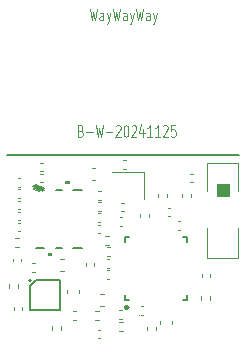
<source format=gbr>
%TF.GenerationSoftware,KiCad,Pcbnew,8.0.4*%
%TF.CreationDate,2024-11-25T16:13:59-04:00*%
%TF.ProjectId,Beacon-WirelessCharge,42656163-6f6e-42d5-9769-72656c657373,rev?*%
%TF.SameCoordinates,Original*%
%TF.FileFunction,Legend,Top*%
%TF.FilePolarity,Positive*%
%FSLAX46Y46*%
G04 Gerber Fmt 4.6, Leading zero omitted, Abs format (unit mm)*
G04 Created by KiCad (PCBNEW 8.0.4) date 2024-11-25 16:13:59*
%MOMM*%
%LPD*%
G01*
G04 APERTURE LIST*
%ADD10C,0.150000*%
%ADD11C,0.100000*%
%ADD12C,0.120000*%
%ADD13C,0.250000*%
%ADD14C,0.152400*%
%ADD15C,0.000000*%
%ADD16C,0.200000*%
G04 APERTURE END LIST*
D10*
X43850000Y-58100000D02*
X63500000Y-58100000D01*
D11*
X50115789Y-56048609D02*
X50215789Y-56096228D01*
X50215789Y-56096228D02*
X50249122Y-56143847D01*
X50249122Y-56143847D02*
X50282455Y-56239085D01*
X50282455Y-56239085D02*
X50282455Y-56381942D01*
X50282455Y-56381942D02*
X50249122Y-56477180D01*
X50249122Y-56477180D02*
X50215789Y-56524800D01*
X50215789Y-56524800D02*
X50149122Y-56572419D01*
X50149122Y-56572419D02*
X49882455Y-56572419D01*
X49882455Y-56572419D02*
X49882455Y-55572419D01*
X49882455Y-55572419D02*
X50115789Y-55572419D01*
X50115789Y-55572419D02*
X50182455Y-55620038D01*
X50182455Y-55620038D02*
X50215789Y-55667657D01*
X50215789Y-55667657D02*
X50249122Y-55762895D01*
X50249122Y-55762895D02*
X50249122Y-55858133D01*
X50249122Y-55858133D02*
X50215789Y-55953371D01*
X50215789Y-55953371D02*
X50182455Y-56000990D01*
X50182455Y-56000990D02*
X50115789Y-56048609D01*
X50115789Y-56048609D02*
X49882455Y-56048609D01*
X50582455Y-56191466D02*
X51115789Y-56191466D01*
X51382456Y-55572419D02*
X51549122Y-56572419D01*
X51549122Y-56572419D02*
X51682456Y-55858133D01*
X51682456Y-55858133D02*
X51815789Y-56572419D01*
X51815789Y-56572419D02*
X51982456Y-55572419D01*
X52249122Y-56191466D02*
X52782456Y-56191466D01*
X53082456Y-55667657D02*
X53115789Y-55620038D01*
X53115789Y-55620038D02*
X53182456Y-55572419D01*
X53182456Y-55572419D02*
X53349123Y-55572419D01*
X53349123Y-55572419D02*
X53415789Y-55620038D01*
X53415789Y-55620038D02*
X53449123Y-55667657D01*
X53449123Y-55667657D02*
X53482456Y-55762895D01*
X53482456Y-55762895D02*
X53482456Y-55858133D01*
X53482456Y-55858133D02*
X53449123Y-56000990D01*
X53449123Y-56000990D02*
X53049123Y-56572419D01*
X53049123Y-56572419D02*
X53482456Y-56572419D01*
X53915790Y-55572419D02*
X53982456Y-55572419D01*
X53982456Y-55572419D02*
X54049123Y-55620038D01*
X54049123Y-55620038D02*
X54082456Y-55667657D01*
X54082456Y-55667657D02*
X54115790Y-55762895D01*
X54115790Y-55762895D02*
X54149123Y-55953371D01*
X54149123Y-55953371D02*
X54149123Y-56191466D01*
X54149123Y-56191466D02*
X54115790Y-56381942D01*
X54115790Y-56381942D02*
X54082456Y-56477180D01*
X54082456Y-56477180D02*
X54049123Y-56524800D01*
X54049123Y-56524800D02*
X53982456Y-56572419D01*
X53982456Y-56572419D02*
X53915790Y-56572419D01*
X53915790Y-56572419D02*
X53849123Y-56524800D01*
X53849123Y-56524800D02*
X53815790Y-56477180D01*
X53815790Y-56477180D02*
X53782456Y-56381942D01*
X53782456Y-56381942D02*
X53749123Y-56191466D01*
X53749123Y-56191466D02*
X53749123Y-55953371D01*
X53749123Y-55953371D02*
X53782456Y-55762895D01*
X53782456Y-55762895D02*
X53815790Y-55667657D01*
X53815790Y-55667657D02*
X53849123Y-55620038D01*
X53849123Y-55620038D02*
X53915790Y-55572419D01*
X54415790Y-55667657D02*
X54449123Y-55620038D01*
X54449123Y-55620038D02*
X54515790Y-55572419D01*
X54515790Y-55572419D02*
X54682457Y-55572419D01*
X54682457Y-55572419D02*
X54749123Y-55620038D01*
X54749123Y-55620038D02*
X54782457Y-55667657D01*
X54782457Y-55667657D02*
X54815790Y-55762895D01*
X54815790Y-55762895D02*
X54815790Y-55858133D01*
X54815790Y-55858133D02*
X54782457Y-56000990D01*
X54782457Y-56000990D02*
X54382457Y-56572419D01*
X54382457Y-56572419D02*
X54815790Y-56572419D01*
X55415790Y-55905752D02*
X55415790Y-56572419D01*
X55249124Y-55524800D02*
X55082457Y-56239085D01*
X55082457Y-56239085D02*
X55515790Y-56239085D01*
X56149124Y-56572419D02*
X55749124Y-56572419D01*
X55949124Y-56572419D02*
X55949124Y-55572419D01*
X55949124Y-55572419D02*
X55882457Y-55715276D01*
X55882457Y-55715276D02*
X55815791Y-55810514D01*
X55815791Y-55810514D02*
X55749124Y-55858133D01*
X56815791Y-56572419D02*
X56415791Y-56572419D01*
X56615791Y-56572419D02*
X56615791Y-55572419D01*
X56615791Y-55572419D02*
X56549124Y-55715276D01*
X56549124Y-55715276D02*
X56482458Y-55810514D01*
X56482458Y-55810514D02*
X56415791Y-55858133D01*
X57082458Y-55667657D02*
X57115791Y-55620038D01*
X57115791Y-55620038D02*
X57182458Y-55572419D01*
X57182458Y-55572419D02*
X57349125Y-55572419D01*
X57349125Y-55572419D02*
X57415791Y-55620038D01*
X57415791Y-55620038D02*
X57449125Y-55667657D01*
X57449125Y-55667657D02*
X57482458Y-55762895D01*
X57482458Y-55762895D02*
X57482458Y-55858133D01*
X57482458Y-55858133D02*
X57449125Y-56000990D01*
X57449125Y-56000990D02*
X57049125Y-56572419D01*
X57049125Y-56572419D02*
X57482458Y-56572419D01*
X58115792Y-55572419D02*
X57782458Y-55572419D01*
X57782458Y-55572419D02*
X57749125Y-56048609D01*
X57749125Y-56048609D02*
X57782458Y-56000990D01*
X57782458Y-56000990D02*
X57849125Y-55953371D01*
X57849125Y-55953371D02*
X58015792Y-55953371D01*
X58015792Y-55953371D02*
X58082458Y-56000990D01*
X58082458Y-56000990D02*
X58115792Y-56048609D01*
X58115792Y-56048609D02*
X58149125Y-56143847D01*
X58149125Y-56143847D02*
X58149125Y-56381942D01*
X58149125Y-56381942D02*
X58115792Y-56477180D01*
X58115792Y-56477180D02*
X58082458Y-56524800D01*
X58082458Y-56524800D02*
X58015792Y-56572419D01*
X58015792Y-56572419D02*
X57849125Y-56572419D01*
X57849125Y-56572419D02*
X57782458Y-56524800D01*
X57782458Y-56524800D02*
X57749125Y-56477180D01*
X50865789Y-45722419D02*
X51032455Y-46722419D01*
X51032455Y-46722419D02*
X51165789Y-46008133D01*
X51165789Y-46008133D02*
X51299122Y-46722419D01*
X51299122Y-46722419D02*
X51465789Y-45722419D01*
X52032455Y-46722419D02*
X52032455Y-46198609D01*
X52032455Y-46198609D02*
X51999122Y-46103371D01*
X51999122Y-46103371D02*
X51932455Y-46055752D01*
X51932455Y-46055752D02*
X51799122Y-46055752D01*
X51799122Y-46055752D02*
X51732455Y-46103371D01*
X52032455Y-46674800D02*
X51965789Y-46722419D01*
X51965789Y-46722419D02*
X51799122Y-46722419D01*
X51799122Y-46722419D02*
X51732455Y-46674800D01*
X51732455Y-46674800D02*
X51699122Y-46579561D01*
X51699122Y-46579561D02*
X51699122Y-46484323D01*
X51699122Y-46484323D02*
X51732455Y-46389085D01*
X51732455Y-46389085D02*
X51799122Y-46341466D01*
X51799122Y-46341466D02*
X51965789Y-46341466D01*
X51965789Y-46341466D02*
X52032455Y-46293847D01*
X52299122Y-46055752D02*
X52465788Y-46722419D01*
X52632455Y-46055752D02*
X52465788Y-46722419D01*
X52465788Y-46722419D02*
X52399122Y-46960514D01*
X52399122Y-46960514D02*
X52365788Y-47008133D01*
X52365788Y-47008133D02*
X52299122Y-47055752D01*
X52832455Y-45722419D02*
X52999121Y-46722419D01*
X52999121Y-46722419D02*
X53132455Y-46008133D01*
X53132455Y-46008133D02*
X53265788Y-46722419D01*
X53265788Y-46722419D02*
X53432455Y-45722419D01*
X53999121Y-46722419D02*
X53999121Y-46198609D01*
X53999121Y-46198609D02*
X53965788Y-46103371D01*
X53965788Y-46103371D02*
X53899121Y-46055752D01*
X53899121Y-46055752D02*
X53765788Y-46055752D01*
X53765788Y-46055752D02*
X53699121Y-46103371D01*
X53999121Y-46674800D02*
X53932455Y-46722419D01*
X53932455Y-46722419D02*
X53765788Y-46722419D01*
X53765788Y-46722419D02*
X53699121Y-46674800D01*
X53699121Y-46674800D02*
X53665788Y-46579561D01*
X53665788Y-46579561D02*
X53665788Y-46484323D01*
X53665788Y-46484323D02*
X53699121Y-46389085D01*
X53699121Y-46389085D02*
X53765788Y-46341466D01*
X53765788Y-46341466D02*
X53932455Y-46341466D01*
X53932455Y-46341466D02*
X53999121Y-46293847D01*
X54265788Y-46055752D02*
X54432454Y-46722419D01*
X54599121Y-46055752D02*
X54432454Y-46722419D01*
X54432454Y-46722419D02*
X54365788Y-46960514D01*
X54365788Y-46960514D02*
X54332454Y-47008133D01*
X54332454Y-47008133D02*
X54265788Y-47055752D01*
X54799121Y-45722419D02*
X54965787Y-46722419D01*
X54965787Y-46722419D02*
X55099121Y-46008133D01*
X55099121Y-46008133D02*
X55232454Y-46722419D01*
X55232454Y-46722419D02*
X55399121Y-45722419D01*
X55965787Y-46722419D02*
X55965787Y-46198609D01*
X55965787Y-46198609D02*
X55932454Y-46103371D01*
X55932454Y-46103371D02*
X55865787Y-46055752D01*
X55865787Y-46055752D02*
X55732454Y-46055752D01*
X55732454Y-46055752D02*
X55665787Y-46103371D01*
X55965787Y-46674800D02*
X55899121Y-46722419D01*
X55899121Y-46722419D02*
X55732454Y-46722419D01*
X55732454Y-46722419D02*
X55665787Y-46674800D01*
X55665787Y-46674800D02*
X55632454Y-46579561D01*
X55632454Y-46579561D02*
X55632454Y-46484323D01*
X55632454Y-46484323D02*
X55665787Y-46389085D01*
X55665787Y-46389085D02*
X55732454Y-46341466D01*
X55732454Y-46341466D02*
X55899121Y-46341466D01*
X55899121Y-46341466D02*
X55965787Y-46293847D01*
X56232454Y-46055752D02*
X56399120Y-46722419D01*
X56565787Y-46055752D02*
X56399120Y-46722419D01*
X56399120Y-46722419D02*
X56332454Y-46960514D01*
X56332454Y-46960514D02*
X56299120Y-47008133D01*
X56299120Y-47008133D02*
X56232454Y-47055752D01*
D10*
X46330000Y-60604819D02*
X46330000Y-60842914D01*
X46091905Y-60747676D02*
X46330000Y-60842914D01*
X46330000Y-60842914D02*
X46568095Y-60747676D01*
X46187143Y-61033390D02*
X46330000Y-60842914D01*
X46330000Y-60842914D02*
X46472857Y-61033390D01*
X46750000Y-60754819D02*
X46750000Y-60992914D01*
X46511905Y-60897676D02*
X46750000Y-60992914D01*
X46750000Y-60992914D02*
X46988095Y-60897676D01*
X46607143Y-61183390D02*
X46750000Y-60992914D01*
X46750000Y-60992914D02*
X46892857Y-61183390D01*
D12*
%TO.C,C29*%
X59362164Y-59720000D02*
X59577836Y-59720000D01*
X59362164Y-60440000D02*
X59577836Y-60440000D01*
%TO.C,C11*%
X56843200Y-72147820D02*
X56843200Y-72428980D01*
X57863200Y-72147820D02*
X57863200Y-72428980D01*
%TO.C,R5*%
X44857641Y-65152000D02*
X44550359Y-65152000D01*
X44857641Y-65912000D02*
X44550359Y-65912000D01*
%TO.C,C12*%
X48990000Y-69509420D02*
X48990000Y-69790580D01*
X50010000Y-69509420D02*
X50010000Y-69790580D01*
%TO.C,C23*%
X51315580Y-59240000D02*
X51034420Y-59240000D01*
X51315580Y-60260000D02*
X51034420Y-60260000D01*
%TO.C,C24*%
X56690000Y-61447164D02*
X56690000Y-61662836D01*
X57410000Y-61447164D02*
X57410000Y-61662836D01*
%TO.C,C2*%
X46678964Y-58760000D02*
X46894636Y-58760000D01*
X46678964Y-59480000D02*
X46894636Y-59480000D01*
%TO.C,C8*%
X51807836Y-62110000D02*
X51592164Y-62110000D01*
X51807836Y-62830000D02*
X51592164Y-62830000D01*
%TO.C,C3*%
X46678964Y-59685600D02*
X46894636Y-59685600D01*
X46678964Y-60405600D02*
X46894636Y-60405600D01*
%TO.C,C21*%
X57677836Y-62600000D02*
X57462164Y-62600000D01*
X57677836Y-63320000D02*
X57462164Y-63320000D01*
%TO.C,C18*%
X58342164Y-63740000D02*
X58557836Y-63740000D01*
X58342164Y-64460000D02*
X58557836Y-64460000D01*
%TO.C,C1*%
X44773964Y-61031800D02*
X44989636Y-61031800D01*
X44773964Y-61751800D02*
X44989636Y-61751800D01*
%TO.C,C22*%
X51592164Y-61190000D02*
X51807836Y-61190000D01*
X51592164Y-61910000D02*
X51807836Y-61910000D01*
%TO.C,C5*%
X44776564Y-62911400D02*
X44992236Y-62911400D01*
X44776564Y-63631400D02*
X44992236Y-63631400D01*
D10*
%TO.C,U2*%
X53850000Y-65450000D02*
X53850000Y-65075000D01*
X53850000Y-70374999D02*
X53850000Y-69999999D01*
X54225001Y-65075000D02*
X53850000Y-65075000D01*
X54225001Y-70374999D02*
X53850000Y-70374999D01*
X59150000Y-65075000D02*
X58774999Y-65075000D01*
X59150000Y-65450000D02*
X59150000Y-65075000D01*
X59150000Y-70374999D02*
X58774999Y-70374999D01*
X59150000Y-70374999D02*
X59150000Y-69999999D01*
D13*
X54125000Y-71025001D02*
G75*
G02*
X53875000Y-71025001I-125000J0D01*
G01*
X53875000Y-71025001D02*
G75*
G02*
X54125000Y-71025001I125000J0D01*
G01*
D14*
%TO.C,U1*%
X46308000Y-65952001D02*
X47037259Y-65952001D01*
X47037259Y-61047999D02*
X46308000Y-61047999D01*
X47982739Y-65952001D02*
X48537261Y-65952001D01*
X48537261Y-61047999D02*
X47982739Y-61047999D01*
X49482741Y-65952001D02*
X50212000Y-65952001D01*
X50212000Y-61047999D02*
X49482741Y-61047999D01*
D15*
G36*
X47700499Y-66658000D02*
G01*
X47319499Y-66658000D01*
X47319499Y-66404000D01*
X47700499Y-66404000D01*
X47700499Y-66658000D01*
G37*
G36*
X49200501Y-60596000D02*
G01*
X48819501Y-60596000D01*
X48819501Y-60342000D01*
X49200501Y-60342000D01*
X49200501Y-60596000D01*
G37*
D12*
%TO.C,C27*%
X53947836Y-58560000D02*
X53732164Y-58560000D01*
X53947836Y-59280000D02*
X53732164Y-59280000D01*
%TO.C,L2*%
X52075279Y-69890000D02*
X51749721Y-69890000D01*
X52075279Y-70910000D02*
X51749721Y-70910000D01*
%TO.C,C30*%
X46227836Y-67290000D02*
X46012164Y-67290000D01*
X46227836Y-68010000D02*
X46012164Y-68010000D01*
%TO.C,C14*%
X51757836Y-72890000D02*
X51542164Y-72890000D01*
X51757836Y-73610000D02*
X51542164Y-73610000D01*
%TO.C,C32*%
X58690000Y-61417164D02*
X58690000Y-61632836D01*
X59410000Y-61417164D02*
X59410000Y-61632836D01*
%TO.C,C31*%
X44772164Y-60100000D02*
X44987836Y-60100000D01*
X44772164Y-60820000D02*
X44987836Y-60820000D01*
%TO.C,R8*%
X51663641Y-71295000D02*
X51356359Y-71295000D01*
X51663641Y-72055000D02*
X51356359Y-72055000D01*
%TO.C,TH1*%
X47720000Y-72611359D02*
X47720000Y-72918641D01*
X48480000Y-72611359D02*
X48480000Y-72918641D01*
D11*
%TO.C,D1*%
X55150000Y-71725000D02*
G75*
G02*
X55050000Y-71725000I-50000J0D01*
G01*
X55050000Y-71725000D02*
G75*
G02*
X55150000Y-71725000I50000J0D01*
G01*
D12*
%TO.C,R6*%
X52468641Y-64970000D02*
X52161359Y-64970000D01*
X52468641Y-65730000D02*
X52161359Y-65730000D01*
%TO.C,C10*%
X51787836Y-63040000D02*
X51572164Y-63040000D01*
X51787836Y-63760000D02*
X51572164Y-63760000D01*
%TO.C,C19*%
X55170000Y-63367836D02*
X55170000Y-63152164D01*
X55890000Y-63367836D02*
X55890000Y-63152164D01*
%TO.C,AE1*%
X60810000Y-66850000D02*
X60810000Y-64275000D01*
X60835000Y-58825000D02*
X60835000Y-61150000D01*
X63410000Y-64300000D02*
X63410000Y-66850000D01*
X63410000Y-66850000D02*
X60810000Y-66850000D01*
X63435000Y-58825000D02*
X60835000Y-58825000D01*
X63435000Y-61125000D02*
X63435000Y-58825000D01*
X62640000Y-60550000D02*
X61620000Y-60550000D01*
X61620000Y-61570000D01*
X62640000Y-61570000D01*
X62640000Y-60550000D01*
G36*
X62640000Y-60550000D02*
G01*
X61620000Y-60550000D01*
X61620000Y-61570000D01*
X62640000Y-61570000D01*
X62640000Y-60550000D01*
G37*
%TO.C,R3*%
X60320000Y-70046359D02*
X60320000Y-70353641D01*
X61080000Y-70046359D02*
X61080000Y-70353641D01*
%TO.C,L6*%
X48399721Y-66890000D02*
X48725279Y-66890000D01*
X48399721Y-67910000D02*
X48725279Y-67910000D01*
%TO.C,R1*%
X55720000Y-72943641D02*
X55720000Y-72636359D01*
X56480000Y-72943641D02*
X56480000Y-72636359D01*
%TO.C,C7*%
X44773964Y-61971600D02*
X44989636Y-61971600D01*
X44773964Y-62691600D02*
X44989636Y-62691600D01*
%TO.C,C25*%
X44440000Y-71207836D02*
X44440000Y-70992164D01*
X45160000Y-71207836D02*
X45160000Y-70992164D01*
%TO.C,R7*%
X52297359Y-65939400D02*
X52604641Y-65939400D01*
X52297359Y-66699400D02*
X52604641Y-66699400D01*
%TO.C,C17*%
X52522836Y-67890000D02*
X52307164Y-67890000D01*
X52522836Y-68610000D02*
X52307164Y-68610000D01*
%TO.C,Y1*%
X55430000Y-59570000D02*
X52730000Y-59570000D01*
X55430000Y-61870000D02*
X55430000Y-59570000D01*
%TO.C,C13*%
X53597836Y-71268000D02*
X53382164Y-71268000D01*
X53597836Y-71988000D02*
X53382164Y-71988000D01*
%TO.C,C16*%
X60340000Y-68190164D02*
X60340000Y-68405836D01*
X61060000Y-68190164D02*
X61060000Y-68405836D01*
%TO.C,R11*%
X53693641Y-72220000D02*
X53386359Y-72220000D01*
X53693641Y-72980000D02*
X53386359Y-72980000D01*
D16*
%TO.C,U3*%
X45836000Y-69200000D02*
X46301000Y-68735000D01*
X45836000Y-71265000D02*
X45836000Y-69200000D01*
X46302000Y-68735000D02*
X48362000Y-68735000D01*
X48362000Y-68735000D02*
X48362000Y-71265000D01*
X48362000Y-71265000D02*
X45836000Y-71265000D01*
X45937000Y-68735000D02*
G75*
G02*
X45737000Y-68735000I-100000J0D01*
G01*
X45737000Y-68735000D02*
G75*
G02*
X45937000Y-68735000I100000J0D01*
G01*
D12*
%TO.C,C6*%
X44773964Y-63851200D02*
X44989636Y-63851200D01*
X44773964Y-64571200D02*
X44989636Y-64571200D01*
%TO.C,C15*%
X52532836Y-66940000D02*
X52317164Y-66940000D01*
X52532836Y-67660000D02*
X52317164Y-67660000D01*
%TO.C,C4*%
X55212164Y-70940000D02*
X55427836Y-70940000D01*
X55212164Y-71660000D02*
X55427836Y-71660000D01*
%TO.C,R10*%
X44020000Y-69036359D02*
X44020000Y-69343641D01*
X44780000Y-69036359D02*
X44780000Y-69343641D01*
%TO.C,C28*%
X44340000Y-67107836D02*
X44340000Y-66892164D01*
X45060000Y-67107836D02*
X45060000Y-66892164D01*
%TO.C,C20*%
X53432164Y-63380000D02*
X53647836Y-63380000D01*
X53432164Y-64100000D02*
X53647836Y-64100000D01*
%TO.C,R2*%
X50520000Y-67553641D02*
X50520000Y-67246359D01*
X51280000Y-67553641D02*
X51280000Y-67246359D01*
%TO.C,C26*%
X53532164Y-62150000D02*
X53747836Y-62150000D01*
X53532164Y-62870000D02*
X53747836Y-62870000D01*
%TO.C,R4*%
X49436359Y-71295000D02*
X49743641Y-71295000D01*
X49436359Y-72055000D02*
X49743641Y-72055000D01*
%TO.C,C9*%
X51787836Y-64010000D02*
X51572164Y-64010000D01*
X51787836Y-64730000D02*
X51572164Y-64730000D01*
%TD*%
M02*

</source>
